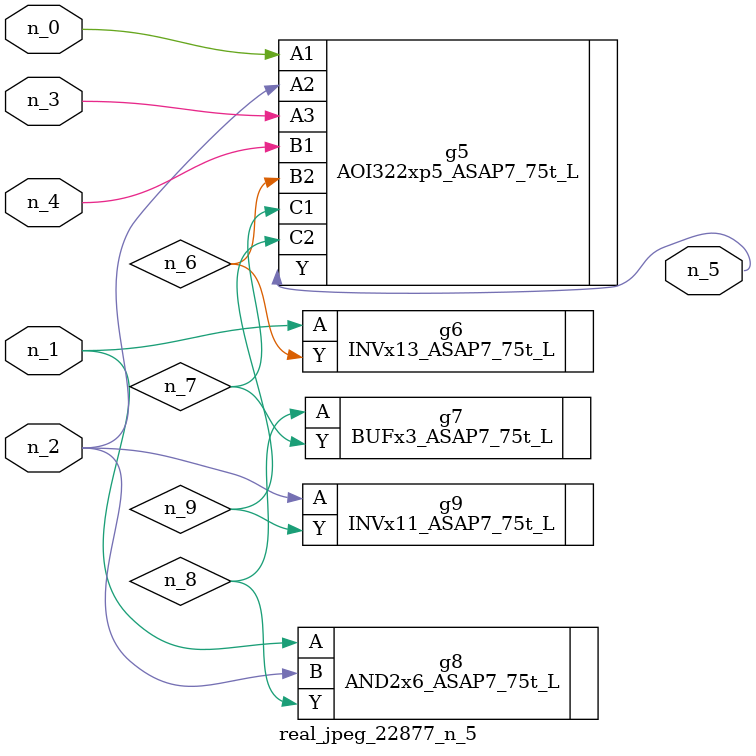
<source format=v>
module real_jpeg_22877_n_5 (n_4, n_0, n_1, n_2, n_3, n_5);

input n_4;
input n_0;
input n_1;
input n_2;
input n_3;

output n_5;

wire n_8;
wire n_6;
wire n_7;
wire n_9;

AOI322xp5_ASAP7_75t_L g5 ( 
.A1(n_0),
.A2(n_2),
.A3(n_3),
.B1(n_4),
.B2(n_6),
.C1(n_7),
.C2(n_9),
.Y(n_5)
);

INVx13_ASAP7_75t_L g6 ( 
.A(n_1),
.Y(n_6)
);

AND2x6_ASAP7_75t_L g8 ( 
.A(n_1),
.B(n_2),
.Y(n_8)
);

INVx11_ASAP7_75t_L g9 ( 
.A(n_2),
.Y(n_9)
);

BUFx3_ASAP7_75t_L g7 ( 
.A(n_8),
.Y(n_7)
);


endmodule
</source>
